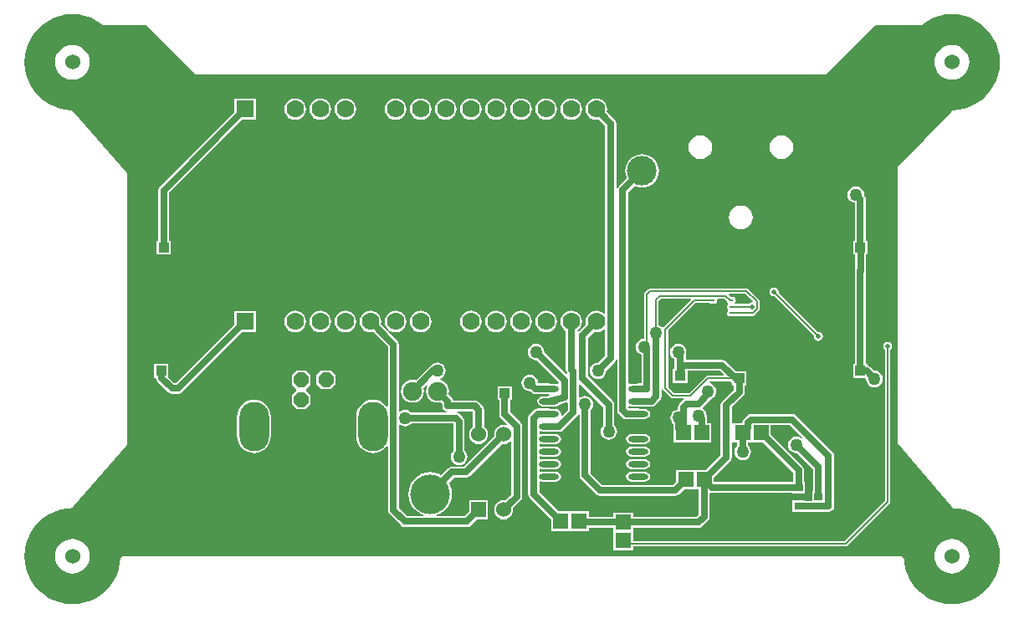
<source format=gtl>
G04 Layer_Physical_Order=1*
G04 Layer_Color=25308*
%FSLAX24Y24*%
%MOIN*%
G70*
G01*
G75*
%ADD10R,0.0610X0.0610*%
%ADD11R,0.0413X0.0394*%
%ADD12R,0.0610X0.0610*%
%ADD13O,0.0197X0.0098*%
%ADD14R,0.0256X0.0532*%
%ADD15O,0.0787X0.0236*%
%ADD16R,0.0354X0.0315*%
%ADD17C,0.0059*%
%ADD18C,0.0276*%
%ADD19C,0.0197*%
%ADD20R,0.0750X0.0750*%
%ADD21C,0.0750*%
%ADD22C,0.0197*%
%ADD23R,0.0600X0.0600*%
%ADD24C,0.0600*%
%ADD25C,0.1575*%
%ADD26C,0.1181*%
%ADD27P,0.0639X8X22.5*%
%ADD28O,0.1181X0.1969*%
%ADD29R,0.0700X0.0700*%
%ADD30C,0.0700*%
%ADD31C,0.0500*%
G36*
X45132Y41268D02*
X45377Y41219D01*
X45614Y41138D01*
X45839Y41028D01*
X46047Y40889D01*
X46235Y40723D01*
X46400Y40535D01*
X46539Y40327D01*
X46650Y40103D01*
X46731Y39865D01*
X46780Y39620D01*
X46796Y39374D01*
X46795Y39370D01*
X46796Y39366D01*
X46780Y39120D01*
X46731Y38875D01*
X46650Y38638D01*
X46539Y38413D01*
X46400Y38205D01*
X46235Y38017D01*
X46047Y37852D01*
X45839Y37713D01*
X45614Y37602D01*
X45377Y37521D01*
X45132Y37472D01*
X44963Y37461D01*
X44963Y37458D01*
X44927Y37451D01*
X44908Y37438D01*
X44907Y37438D01*
X44893Y37428D01*
X44893Y37428D01*
X44893Y37428D01*
X44874Y37409D01*
X44873Y37407D01*
X44842Y37371D01*
X44842Y37370D01*
X42739Y35171D01*
X42728Y35155D01*
X42717Y35139D01*
X42717Y35138D01*
X42717Y35137D01*
X42713Y35117D01*
X42709Y35098D01*
Y24249D01*
X42713Y24233D01*
X42714Y24216D01*
X42717Y24213D01*
X42717Y24208D01*
X42726Y24195D01*
X42734Y24180D01*
X44844Y21687D01*
X44844Y21687D01*
X44873Y21649D01*
X44873Y21648D01*
X44874Y21647D01*
X44874Y21647D01*
D01*
X44893Y21627D01*
X44893Y21627D01*
X44893Y21627D01*
X44907Y21618D01*
X44908Y21617D01*
X44927Y21604D01*
X44963Y21597D01*
X44963Y21594D01*
X45132Y21583D01*
X45377Y21534D01*
X45614Y21453D01*
X45839Y21343D01*
X46047Y21204D01*
X46235Y21038D01*
X46400Y20850D01*
X46539Y20642D01*
X46650Y20417D01*
X46731Y20180D01*
X46780Y19935D01*
X46796Y19689D01*
X46795Y19685D01*
X46796Y19681D01*
X46780Y19435D01*
X46731Y19190D01*
X46650Y18953D01*
X46539Y18728D01*
X46400Y18520D01*
X46235Y18332D01*
X46047Y18167D01*
X45839Y18027D01*
X45614Y17917D01*
X45377Y17836D01*
X45132Y17787D01*
X44886Y17771D01*
X44882Y17772D01*
X44878Y17771D01*
X44632Y17787D01*
X44387Y17836D01*
X44149Y17917D01*
X43925Y18027D01*
X43717Y18167D01*
X43528Y18332D01*
X43363Y18520D01*
X43224Y18728D01*
X43114Y18953D01*
X43033Y19190D01*
X42984Y19435D01*
X42974Y19592D01*
X42970Y19592D01*
X42963Y19627D01*
X42940Y19661D01*
X42906Y19684D01*
X42866Y19692D01*
X11859D01*
X11818Y19684D01*
X11784Y19661D01*
X11761Y19627D01*
X11754Y19592D01*
X11750Y19592D01*
X11740Y19435D01*
X11691Y19190D01*
X11611Y18953D01*
X11500Y18728D01*
X11361Y18520D01*
X11196Y18332D01*
X11008Y18167D01*
X10800Y18027D01*
X10575Y17917D01*
X10338Y17836D01*
X10092Y17787D01*
X9847Y17771D01*
X9843Y17772D01*
X9838Y17771D01*
X9593Y17787D01*
X9347Y17836D01*
X9110Y17917D01*
X8886Y18027D01*
X8677Y18167D01*
X8489Y18332D01*
X8324Y18520D01*
X8185Y18728D01*
X8074Y18953D01*
X7994Y19190D01*
X7945Y19435D01*
X7929Y19681D01*
X7930Y19685D01*
X7929Y19689D01*
X7945Y19935D01*
X7994Y20180D01*
X8074Y20417D01*
X8185Y20642D01*
X8324Y20850D01*
X8489Y21038D01*
X8677Y21204D01*
X8886Y21343D01*
X9110Y21453D01*
X9347Y21534D01*
X9593Y21583D01*
X9761Y21594D01*
X9761Y21597D01*
X9797Y21604D01*
X9816Y21617D01*
X9817Y21618D01*
X9831Y21627D01*
X9831Y21627D01*
X9831Y21627D01*
X9851Y21646D01*
X9851Y21649D01*
X9881Y21686D01*
X9881Y21686D01*
X11989Y24081D01*
X11997Y24096D01*
X12007Y24111D01*
X12008Y24114D01*
X12009Y24117D01*
X12012Y24134D01*
X12015Y24151D01*
Y34904D01*
X12012Y34921D01*
X12009Y34938D01*
X12008Y34941D01*
X12007Y34944D01*
X11997Y34959D01*
X11989Y34974D01*
X9881Y37369D01*
X9851Y37403D01*
X9851Y37407D01*
X9851Y37407D01*
X9851Y37407D01*
X9851Y37409D01*
X9851Y37409D01*
X9831Y37428D01*
X9831Y37428D01*
X9816Y37438D01*
X9797Y37451D01*
X9761Y37458D01*
X9761Y37461D01*
X9593Y37472D01*
X9347Y37521D01*
X9110Y37602D01*
X8886Y37713D01*
X8677Y37852D01*
X8489Y38017D01*
X8324Y38205D01*
X8185Y38413D01*
X8074Y38638D01*
X7994Y38875D01*
X7945Y39120D01*
X7929Y39366D01*
X7930Y39370D01*
X7929Y39374D01*
X7945Y39620D01*
X7994Y39865D01*
X8074Y40103D01*
X8185Y40327D01*
X8324Y40535D01*
X8489Y40723D01*
X8677Y40889D01*
X8886Y41028D01*
X9110Y41138D01*
X9347Y41219D01*
X9593Y41268D01*
X9838Y41284D01*
X9843Y41283D01*
X9847Y41284D01*
X10092Y41268D01*
X10338Y41219D01*
X10575Y41138D01*
X10800Y41028D01*
X11008Y40889D01*
X11040Y40860D01*
X11042Y40863D01*
X11066Y40846D01*
X11077Y40844D01*
X11078Y40844D01*
X11107Y40838D01*
X11107Y40838D01*
X11107Y40838D01*
X11122Y40835D01*
X11124Y40836D01*
X11172Y40839D01*
X12787D01*
X12787Y40839D01*
X12787Y40839D01*
X12795Y40835D01*
X12795Y40835D01*
X12796Y40836D01*
X14730Y38902D01*
X14764Y38879D01*
X14805Y38871D01*
X39821D01*
X39862Y38879D01*
X39896Y38902D01*
X41801Y40807D01*
X41813Y40818D01*
X41855Y40835D01*
X41855D01*
X41856Y40836D01*
X41857Y40836D01*
X41905Y40839D01*
X43528D01*
X43574Y40837D01*
X43574Y40837D01*
X43578Y40835D01*
X43578D01*
X43578D01*
X43595Y40834D01*
X43612Y40833D01*
X43612D01*
X43612Y40833D01*
X43621Y40835D01*
X43622Y40835D01*
X43652Y40841D01*
X43665Y40850D01*
X43677Y40858D01*
X43679Y40856D01*
X43717Y40889D01*
X43925Y41028D01*
X44149Y41138D01*
X44387Y41219D01*
X44632Y41268D01*
X44878Y41284D01*
X44882Y41283D01*
X44886Y41284D01*
X45132Y41268D01*
D02*
G37*
%LPC*%
G36*
X20720Y29468D02*
X20609Y29453D01*
X20504Y29410D01*
X20415Y29341D01*
X20346Y29252D01*
X20303Y29147D01*
X20288Y29035D01*
X20303Y28924D01*
X20346Y28819D01*
X20415Y28730D01*
X20504Y28661D01*
X20609Y28618D01*
X20720Y28603D01*
X20832Y28618D01*
X20937Y28661D01*
X21026Y28730D01*
X21095Y28819D01*
X21138Y28924D01*
X21153Y29035D01*
X21138Y29147D01*
X21095Y29252D01*
X21026Y29341D01*
X20937Y29410D01*
X20832Y29453D01*
X20720Y29468D01*
D02*
G37*
G36*
X22720D02*
X22609Y29453D01*
X22504Y29410D01*
X22415Y29341D01*
X22346Y29252D01*
X22303Y29147D01*
X22288Y29035D01*
X22303Y28924D01*
X22346Y28819D01*
X22415Y28730D01*
X22504Y28661D01*
X22609Y28618D01*
X22720Y28603D01*
X22832Y28618D01*
X22937Y28661D01*
X23026Y28730D01*
X23095Y28819D01*
X23138Y28924D01*
X23153Y29035D01*
X23138Y29147D01*
X23095Y29252D01*
X23026Y29341D01*
X22937Y29410D01*
X22832Y29453D01*
X22720Y29468D01*
D02*
G37*
G36*
X18720D02*
X18609Y29453D01*
X18504Y29410D01*
X18415Y29341D01*
X18346Y29252D01*
X18303Y29147D01*
X18288Y29035D01*
X18303Y28924D01*
X18346Y28819D01*
X18415Y28730D01*
X18504Y28661D01*
X18609Y28618D01*
X18720Y28603D01*
X18832Y28618D01*
X18937Y28661D01*
X19026Y28730D01*
X19095Y28819D01*
X19138Y28924D01*
X19153Y29035D01*
X19138Y29147D01*
X19095Y29252D01*
X19026Y29341D01*
X18937Y29410D01*
X18832Y29453D01*
X18720Y29468D01*
D02*
G37*
G36*
X19720D02*
X19609Y29453D01*
X19504Y29410D01*
X19415Y29341D01*
X19346Y29252D01*
X19303Y29147D01*
X19288Y29035D01*
X19303Y28924D01*
X19346Y28819D01*
X19415Y28730D01*
X19504Y28661D01*
X19609Y28618D01*
X19720Y28603D01*
X19832Y28618D01*
X19937Y28661D01*
X20026Y28730D01*
X20095Y28819D01*
X20138Y28924D01*
X20153Y29035D01*
X20138Y29147D01*
X20095Y29252D01*
X20026Y29341D01*
X19937Y29410D01*
X19832Y29453D01*
X19720Y29468D01*
D02*
G37*
G36*
X23720D02*
X23609Y29453D01*
X23504Y29410D01*
X23415Y29341D01*
X23346Y29252D01*
X23303Y29147D01*
X23288Y29035D01*
X23303Y28924D01*
X23346Y28819D01*
X23415Y28730D01*
X23504Y28661D01*
X23609Y28618D01*
X23720Y28603D01*
X23832Y28618D01*
X23937Y28661D01*
X24026Y28730D01*
X24095Y28819D01*
X24138Y28924D01*
X24153Y29035D01*
X24138Y29147D01*
X24095Y29252D01*
X24026Y29341D01*
X23937Y29410D01*
X23832Y29453D01*
X23720Y29468D01*
D02*
G37*
G36*
X27720D02*
X27609Y29453D01*
X27504Y29410D01*
X27415Y29341D01*
X27346Y29252D01*
X27303Y29147D01*
X27288Y29035D01*
X27303Y28924D01*
X27346Y28819D01*
X27415Y28730D01*
X27504Y28661D01*
X27609Y28618D01*
X27720Y28603D01*
X27832Y28618D01*
X27937Y28661D01*
X28026Y28730D01*
X28095Y28819D01*
X28138Y28924D01*
X28153Y29035D01*
X28138Y29147D01*
X28095Y29252D01*
X28026Y29341D01*
X27937Y29410D01*
X27832Y29453D01*
X27720Y29468D01*
D02*
G37*
G36*
X28720D02*
X28609Y29453D01*
X28504Y29410D01*
X28415Y29341D01*
X28346Y29252D01*
X28303Y29147D01*
X28288Y29035D01*
X28303Y28924D01*
X28346Y28819D01*
X28415Y28730D01*
X28504Y28661D01*
X28609Y28618D01*
X28720Y28603D01*
X28832Y28618D01*
X28937Y28661D01*
X29026Y28730D01*
X29095Y28819D01*
X29138Y28924D01*
X29153Y29035D01*
X29138Y29147D01*
X29095Y29252D01*
X29026Y29341D01*
X28937Y29410D01*
X28832Y29453D01*
X28720Y29468D01*
D02*
G37*
G36*
X25720D02*
X25609Y29453D01*
X25504Y29410D01*
X25415Y29341D01*
X25346Y29252D01*
X25303Y29147D01*
X25288Y29035D01*
X25303Y28924D01*
X25346Y28819D01*
X25415Y28730D01*
X25504Y28661D01*
X25609Y28618D01*
X25720Y28603D01*
X25832Y28618D01*
X25937Y28661D01*
X26026Y28730D01*
X26095Y28819D01*
X26138Y28924D01*
X26153Y29035D01*
X26138Y29147D01*
X26095Y29252D01*
X26026Y29341D01*
X25937Y29410D01*
X25832Y29453D01*
X25720Y29468D01*
D02*
G37*
G36*
X26720D02*
X26609Y29453D01*
X26504Y29410D01*
X26415Y29341D01*
X26346Y29252D01*
X26303Y29147D01*
X26288Y29035D01*
X26303Y28924D01*
X26346Y28819D01*
X26415Y28730D01*
X26504Y28661D01*
X26609Y28618D01*
X26720Y28603D01*
X26832Y28618D01*
X26937Y28661D01*
X27026Y28730D01*
X27095Y28819D01*
X27138Y28924D01*
X27153Y29035D01*
X27138Y29147D01*
X27095Y29252D01*
X27026Y29341D01*
X26937Y29410D01*
X26832Y29453D01*
X26720Y29468D01*
D02*
G37*
G36*
X17079Y25926D02*
X16948Y25914D01*
X16821Y25875D01*
X16705Y25813D01*
X16603Y25729D01*
X16520Y25628D01*
X16457Y25511D01*
X16419Y25385D01*
X16406Y25254D01*
Y24467D01*
X16419Y24335D01*
X16457Y24209D01*
X16520Y24093D01*
X16603Y23991D01*
X16705Y23907D01*
X16821Y23845D01*
X16948Y23807D01*
X17079Y23794D01*
X17210Y23807D01*
X17336Y23845D01*
X17452Y23907D01*
X17554Y23991D01*
X17638Y24093D01*
X17700Y24209D01*
X17738Y24335D01*
X17751Y24467D01*
Y25254D01*
X17738Y25385D01*
X17700Y25511D01*
X17638Y25628D01*
X17554Y25729D01*
X17452Y25813D01*
X17336Y25875D01*
X17210Y25914D01*
X17079Y25926D01*
D02*
G37*
G36*
X19144Y27089D02*
X18770D01*
X18583Y26902D01*
Y26528D01*
X18762Y26348D01*
X18767Y26321D01*
X18762Y26294D01*
X18583Y26114D01*
Y25740D01*
X18770Y25553D01*
X19144D01*
X19331Y25740D01*
Y26114D01*
X19151Y26294D01*
X19147Y26321D01*
X19151Y26348D01*
X19331Y26528D01*
Y26902D01*
X19144Y27089D01*
D02*
G37*
G36*
X9843Y20377D02*
X9707Y20364D01*
X9578Y20325D01*
X9458Y20261D01*
X9353Y20175D01*
X9267Y20070D01*
X9203Y19950D01*
X9164Y19820D01*
X9150Y19685D01*
X9164Y19550D01*
X9203Y19420D01*
X9267Y19300D01*
X9353Y19195D01*
X9458Y19109D01*
X9578Y19045D01*
X9707Y19006D01*
X9843Y18993D01*
X9978Y19006D01*
X10107Y19045D01*
X10227Y19109D01*
X10332Y19195D01*
X10418Y19300D01*
X10482Y19420D01*
X10522Y19550D01*
X10535Y19685D01*
X10522Y19820D01*
X10482Y19950D01*
X10418Y20070D01*
X10332Y20175D01*
X10227Y20261D01*
X10107Y20325D01*
X9978Y20364D01*
X9843Y20377D01*
D02*
G37*
G36*
X44882D02*
X44747Y20364D01*
X44617Y20325D01*
X44497Y20261D01*
X44392Y20175D01*
X44306Y20070D01*
X44242Y19950D01*
X44203Y19820D01*
X44190Y19685D01*
X44203Y19550D01*
X44242Y19420D01*
X44306Y19300D01*
X44392Y19195D01*
X44497Y19109D01*
X44617Y19045D01*
X44747Y19006D01*
X44882Y18993D01*
X45017Y19006D01*
X45147Y19045D01*
X45267Y19109D01*
X45371Y19195D01*
X45458Y19300D01*
X45522Y19420D01*
X45561Y19550D01*
X45574Y19685D01*
X45561Y19820D01*
X45522Y19950D01*
X45458Y20070D01*
X45371Y20175D01*
X45267Y20261D01*
X45147Y20325D01*
X45017Y20364D01*
X44882Y20377D01*
D02*
G37*
G36*
X21720Y29468D02*
X21609Y29453D01*
X21504Y29410D01*
X21415Y29341D01*
X21346Y29252D01*
X21303Y29147D01*
X21288Y29035D01*
X21303Y28924D01*
X21346Y28819D01*
X21415Y28730D01*
X21504Y28661D01*
X21609Y28618D01*
X21720Y28603D01*
X21827Y28617D01*
X22409Y28034D01*
Y25668D01*
X22359Y25651D01*
X22294Y25729D01*
X22193Y25813D01*
X22076Y25875D01*
X21950Y25914D01*
X21819Y25926D01*
X21688Y25914D01*
X21562Y25875D01*
X21445Y25813D01*
X21343Y25729D01*
X21260Y25628D01*
X21198Y25511D01*
X21159Y25385D01*
X21146Y25254D01*
Y24467D01*
X21159Y24335D01*
X21198Y24209D01*
X21260Y24093D01*
X21343Y23991D01*
X21445Y23907D01*
X21562Y23845D01*
X21688Y23807D01*
X21819Y23794D01*
X21950Y23807D01*
X22076Y23845D01*
X22193Y23907D01*
X22294Y23991D01*
X22359Y24070D01*
X22409Y24052D01*
Y21530D01*
X22426Y21446D01*
X22474Y21374D01*
X22934Y20914D01*
X23006Y20866D01*
X23090Y20849D01*
X25558D01*
X25643Y20866D01*
X25714Y20914D01*
X25957Y21157D01*
X26402D01*
Y21914D01*
X25645D01*
Y21469D01*
X25467Y21291D01*
X24367D01*
X24360Y21341D01*
X24428Y21361D01*
X24578Y21442D01*
X24710Y21550D01*
X24818Y21682D01*
X24899Y21832D01*
X24948Y21996D01*
X24965Y22165D01*
X24948Y22335D01*
X24899Y22498D01*
X24843Y22602D01*
X25061Y22819D01*
X25528D01*
X25613Y22836D01*
X25684Y22884D01*
X26962Y24162D01*
X27024Y24153D01*
X27122Y24166D01*
X27215Y24205D01*
X27280Y24255D01*
X27330Y24236D01*
Y22154D01*
X27085Y21909D01*
X27024Y21917D01*
X26925Y21904D01*
X26833Y21866D01*
X26753Y21806D01*
X26693Y21726D01*
X26655Y21634D01*
X26642Y21535D01*
X26655Y21437D01*
X26693Y21344D01*
X26753Y21265D01*
X26833Y21205D01*
X26925Y21166D01*
X27024Y21153D01*
X27122Y21166D01*
X27215Y21205D01*
X27294Y21265D01*
X27354Y21344D01*
X27393Y21437D01*
X27406Y21535D01*
X27398Y21597D01*
X27707Y21906D01*
X27755Y21978D01*
X27771Y22062D01*
Y24866D01*
X27755Y24950D01*
X27707Y25022D01*
X27288Y25441D01*
Y25906D01*
X27352D01*
Y26457D01*
X26781D01*
Y25906D01*
X26846D01*
Y25350D01*
X26863Y25265D01*
X26911Y25193D01*
X27162Y24942D01*
X27134Y24900D01*
X27122Y24904D01*
X27024Y24917D01*
X26925Y24904D01*
X26833Y24866D01*
X26753Y24806D01*
X26693Y24726D01*
X26655Y24634D01*
X26642Y24535D01*
X26650Y24474D01*
X25437Y23261D01*
X24969D01*
X24885Y23244D01*
X24813Y23196D01*
X24531Y22914D01*
X24428Y22969D01*
X24264Y23019D01*
X24094Y23036D01*
X23925Y23019D01*
X23761Y22969D01*
X23611Y22889D01*
X23479Y22781D01*
X23371Y22649D01*
X23290Y22498D01*
X23241Y22335D01*
X23224Y22165D01*
X23241Y21996D01*
X23290Y21832D01*
X23371Y21682D01*
X23479Y21550D01*
X23611Y21442D01*
X23761Y21361D01*
X23829Y21341D01*
X23822Y21291D01*
X23181D01*
X22851Y21621D01*
Y24908D01*
X22901Y24932D01*
X22939Y24903D01*
X23019Y24870D01*
X23105Y24858D01*
X23191Y24870D01*
X23271Y24903D01*
X23339Y24956D01*
X23350Y24969D01*
X25029D01*
Y23895D01*
X25016Y23884D01*
X24963Y23816D01*
X24930Y23736D01*
X24918Y23650D01*
X24930Y23564D01*
X24963Y23484D01*
X25016Y23416D01*
X25084Y23363D01*
X25164Y23330D01*
X25250Y23318D01*
X25336Y23330D01*
X25416Y23363D01*
X25484Y23416D01*
X25537Y23484D01*
X25570Y23564D01*
X25582Y23650D01*
X25570Y23736D01*
X25537Y23816D01*
X25484Y23884D01*
X25471Y23895D01*
Y25065D01*
X25454Y25149D01*
X25406Y25221D01*
X25281Y25346D01*
X25209Y25394D01*
X25192Y25398D01*
X25197Y25448D01*
X25784D01*
X25803Y25428D01*
Y24843D01*
X25754Y24806D01*
X25693Y24726D01*
X25655Y24634D01*
X25642Y24535D01*
X25655Y24437D01*
X25693Y24344D01*
X25754Y24265D01*
X25833Y24205D01*
X25925Y24166D01*
X26024Y24153D01*
X26122Y24166D01*
X26215Y24205D01*
X26294Y24265D01*
X26354Y24344D01*
X26393Y24437D01*
X26406Y24535D01*
X26393Y24634D01*
X26354Y24726D01*
X26294Y24806D01*
X26244Y24843D01*
Y25520D01*
X26228Y25604D01*
X26180Y25676D01*
X26031Y25824D01*
X25959Y25872D01*
X25875Y25889D01*
X25014D01*
X25004Y25938D01*
X24956Y26010D01*
X24832Y26133D01*
X24836Y26141D01*
X24851Y26260D01*
X24836Y26378D01*
X24790Y26489D01*
X24717Y26583D01*
X24623Y26656D01*
X24512Y26702D01*
X24491Y26705D01*
X24485Y26756D01*
X24550Y26783D01*
X24618Y26836D01*
X24671Y26904D01*
X24704Y26984D01*
X24715Y27070D01*
X24704Y27156D01*
X24671Y27236D01*
X24618Y27304D01*
X24550Y27357D01*
X24470Y27390D01*
X24384Y27402D01*
X24298Y27390D01*
X24218Y27357D01*
X24149Y27304D01*
X24127Y27276D01*
X24119Y27274D01*
X24048Y27226D01*
X23520Y26699D01*
X23512Y26702D01*
X23394Y26717D01*
X23275Y26702D01*
X23165Y26656D01*
X23070Y26583D01*
X22997Y26489D01*
X22952Y26378D01*
X22936Y26260D01*
X22952Y26141D01*
X22997Y26031D01*
X23070Y25936D01*
X23165Y25863D01*
X23275Y25818D01*
X23394Y25802D01*
X23512Y25818D01*
X23623Y25863D01*
X23717Y25936D01*
X23790Y26031D01*
X23836Y26141D01*
X23851Y26260D01*
X23836Y26378D01*
X23832Y26386D01*
X23949Y26503D01*
X23992Y26475D01*
X23952Y26378D01*
X23936Y26260D01*
X23952Y26141D01*
X23997Y26031D01*
X24070Y25936D01*
X24165Y25863D01*
X24275Y25818D01*
X24394Y25802D01*
X24512Y25818D01*
X24520Y25821D01*
X24579Y25762D01*
Y25678D01*
X24596Y25594D01*
X24644Y25522D01*
X24654Y25512D01*
X24726Y25464D01*
X24743Y25461D01*
X24738Y25411D01*
X23350D01*
X23339Y25424D01*
X23271Y25477D01*
X23191Y25510D01*
X23105Y25522D01*
X23019Y25510D01*
X22939Y25477D01*
X22901Y25448D01*
X22851Y25472D01*
Y28126D01*
X22834Y28210D01*
X22786Y28282D01*
X22139Y28929D01*
X22153Y29035D01*
X22138Y29147D01*
X22095Y29252D01*
X22026Y29341D01*
X21937Y29410D01*
X21832Y29453D01*
X21720Y29468D01*
D02*
G37*
G36*
X17149Y29464D02*
X16292D01*
Y28919D01*
X13969Y26596D01*
X13901D01*
X13671Y26826D01*
Y27343D01*
X13100D01*
Y26791D01*
X13167D01*
X13182Y26715D01*
X13230Y26643D01*
X13654Y26219D01*
X13726Y26171D01*
X13810Y26154D01*
X14060D01*
X14145Y26171D01*
X14216Y26219D01*
X16604Y28607D01*
X17149D01*
Y29464D01*
D02*
G37*
G36*
X37795Y30397D02*
X37726Y30383D01*
X37668Y30344D01*
X37628Y30286D01*
X37615Y30217D01*
X37628Y30147D01*
X37668Y30089D01*
X37726Y30050D01*
X37795Y30036D01*
X37816Y30040D01*
X39390Y28465D01*
X39386Y28445D01*
X39400Y28376D01*
X39439Y28317D01*
X39498Y28278D01*
X39567Y28264D01*
X39636Y28278D01*
X39695Y28317D01*
X39734Y28376D01*
X39748Y28445D01*
X39734Y28514D01*
X39695Y28573D01*
X39636Y28612D01*
X39567Y28626D01*
X39546Y28621D01*
X37972Y30196D01*
X37976Y30217D01*
X37962Y30286D01*
X37923Y30344D01*
X37864Y30383D01*
X37795Y30397D01*
D02*
G37*
G36*
X20128Y27089D02*
X19754D01*
X19567Y26902D01*
Y26528D01*
X19754Y26341D01*
X20128D01*
X20315Y26528D01*
Y26902D01*
X20128Y27089D01*
D02*
G37*
G36*
X41055Y34426D02*
X40969Y34415D01*
X40889Y34382D01*
X40821Y34329D01*
X40768Y34260D01*
X40735Y34180D01*
X40724Y34094D01*
X40735Y34009D01*
X40768Y33929D01*
X40821Y33860D01*
X40889Y33807D01*
X40969Y33774D01*
X41019Y33768D01*
Y32264D01*
X40955D01*
Y31713D01*
X41026D01*
Y31076D01*
X41019Y31043D01*
Y27343D01*
X40955D01*
Y26791D01*
X41431D01*
X41468Y26750D01*
X41468Y26750D01*
X41480Y26664D01*
X41513Y26584D01*
X41566Y26516D01*
X41634Y26463D01*
X41714Y26430D01*
X41800Y26418D01*
X41886Y26430D01*
X41966Y26463D01*
X42034Y26516D01*
X42087Y26584D01*
X42120Y26664D01*
X42132Y26750D01*
X42120Y26836D01*
X42087Y26916D01*
X42034Y26984D01*
X41966Y27037D01*
X41886Y27070D01*
X41800Y27082D01*
X41783Y27079D01*
X41639Y27223D01*
X41568Y27271D01*
X41526Y27279D01*
Y27343D01*
X41461D01*
Y31018D01*
X41467Y31050D01*
Y31713D01*
X41526D01*
Y32264D01*
X41461D01*
Y33909D01*
X41444Y33994D01*
X41396Y34066D01*
X41384Y34077D01*
X41387Y34094D01*
X41375Y34180D01*
X41342Y34260D01*
X41290Y34329D01*
X41221Y34382D01*
X41141Y34415D01*
X41055Y34426D01*
D02*
G37*
G36*
X25720Y37932D02*
X25609Y37918D01*
X25504Y37875D01*
X25415Y37806D01*
X25346Y37716D01*
X25303Y37612D01*
X25288Y37500D01*
X25303Y37388D01*
X25346Y37284D01*
X25415Y37194D01*
X25504Y37125D01*
X25609Y37082D01*
X25720Y37068D01*
X25832Y37082D01*
X25937Y37125D01*
X26026Y37194D01*
X26095Y37284D01*
X26138Y37388D01*
X26153Y37500D01*
X26138Y37612D01*
X26095Y37716D01*
X26026Y37806D01*
X25937Y37875D01*
X25832Y37918D01*
X25720Y37932D01*
D02*
G37*
G36*
X26720D02*
X26609Y37918D01*
X26504Y37875D01*
X26415Y37806D01*
X26346Y37716D01*
X26303Y37612D01*
X26288Y37500D01*
X26303Y37388D01*
X26346Y37284D01*
X26415Y37194D01*
X26504Y37125D01*
X26609Y37082D01*
X26720Y37068D01*
X26832Y37082D01*
X26937Y37125D01*
X27026Y37194D01*
X27095Y37284D01*
X27138Y37388D01*
X27153Y37500D01*
X27138Y37612D01*
X27095Y37716D01*
X27026Y37806D01*
X26937Y37875D01*
X26832Y37918D01*
X26720Y37932D01*
D02*
G37*
G36*
X24720D02*
X24609Y37918D01*
X24504Y37875D01*
X24415Y37806D01*
X24346Y37716D01*
X24303Y37612D01*
X24288Y37500D01*
X24303Y37388D01*
X24346Y37284D01*
X24415Y37194D01*
X24504Y37125D01*
X24609Y37082D01*
X24720Y37068D01*
X24832Y37082D01*
X24937Y37125D01*
X25026Y37194D01*
X25095Y37284D01*
X25138Y37388D01*
X25153Y37500D01*
X25138Y37612D01*
X25095Y37716D01*
X25026Y37806D01*
X24937Y37875D01*
X24832Y37918D01*
X24720Y37932D01*
D02*
G37*
G36*
X22720D02*
X22609Y37918D01*
X22504Y37875D01*
X22415Y37806D01*
X22346Y37716D01*
X22303Y37612D01*
X22288Y37500D01*
X22303Y37388D01*
X22346Y37284D01*
X22415Y37194D01*
X22504Y37125D01*
X22609Y37082D01*
X22720Y37068D01*
X22832Y37082D01*
X22937Y37125D01*
X23026Y37194D01*
X23095Y37284D01*
X23138Y37388D01*
X23153Y37500D01*
X23138Y37612D01*
X23095Y37716D01*
X23026Y37806D01*
X22937Y37875D01*
X22832Y37918D01*
X22720Y37932D01*
D02*
G37*
G36*
X23720D02*
X23609Y37918D01*
X23504Y37875D01*
X23415Y37806D01*
X23346Y37716D01*
X23303Y37612D01*
X23288Y37500D01*
X23303Y37388D01*
X23346Y37284D01*
X23415Y37194D01*
X23504Y37125D01*
X23609Y37082D01*
X23720Y37068D01*
X23832Y37082D01*
X23937Y37125D01*
X24026Y37194D01*
X24095Y37284D01*
X24138Y37388D01*
X24153Y37500D01*
X24138Y37612D01*
X24095Y37716D01*
X24026Y37806D01*
X23937Y37875D01*
X23832Y37918D01*
X23720Y37932D01*
D02*
G37*
G36*
X9843Y40062D02*
X9707Y40049D01*
X9578Y40010D01*
X9458Y39946D01*
X9353Y39860D01*
X9267Y39755D01*
X9203Y39635D01*
X9164Y39505D01*
X9150Y39370D01*
X9164Y39235D01*
X9203Y39105D01*
X9267Y38985D01*
X9353Y38881D01*
X9458Y38794D01*
X9578Y38730D01*
X9707Y38691D01*
X9843Y38678D01*
X9978Y38691D01*
X10107Y38730D01*
X10227Y38794D01*
X10332Y38881D01*
X10418Y38985D01*
X10482Y39105D01*
X10522Y39235D01*
X10535Y39370D01*
X10522Y39505D01*
X10482Y39635D01*
X10418Y39755D01*
X10332Y39860D01*
X10227Y39946D01*
X10107Y40010D01*
X9978Y40049D01*
X9843Y40062D01*
D02*
G37*
G36*
X44882D02*
X44747Y40049D01*
X44617Y40010D01*
X44497Y39946D01*
X44392Y39860D01*
X44306Y39755D01*
X44242Y39635D01*
X44203Y39505D01*
X44190Y39370D01*
X44203Y39235D01*
X44242Y39105D01*
X44306Y38985D01*
X44392Y38881D01*
X44497Y38794D01*
X44617Y38730D01*
X44747Y38691D01*
X44882Y38678D01*
X45017Y38691D01*
X45147Y38730D01*
X45267Y38794D01*
X45371Y38881D01*
X45458Y38985D01*
X45522Y39105D01*
X45561Y39235D01*
X45574Y39370D01*
X45561Y39505D01*
X45522Y39635D01*
X45458Y39755D01*
X45371Y39860D01*
X45267Y39946D01*
X45147Y40010D01*
X45017Y40049D01*
X44882Y40062D01*
D02*
G37*
G36*
X29720Y37932D02*
X29609Y37918D01*
X29504Y37875D01*
X29415Y37806D01*
X29346Y37716D01*
X29303Y37612D01*
X29288Y37500D01*
X29303Y37388D01*
X29346Y37284D01*
X29415Y37194D01*
X29504Y37125D01*
X29609Y37082D01*
X29720Y37068D01*
X29832Y37082D01*
X29937Y37125D01*
X30026Y37194D01*
X30095Y37284D01*
X30138Y37388D01*
X30153Y37500D01*
X30138Y37612D01*
X30095Y37716D01*
X30026Y37806D01*
X29937Y37875D01*
X29832Y37918D01*
X29720Y37932D01*
D02*
G37*
G36*
X27720D02*
X27609Y37918D01*
X27504Y37875D01*
X27415Y37806D01*
X27346Y37716D01*
X27303Y37612D01*
X27288Y37500D01*
X27303Y37388D01*
X27346Y37284D01*
X27415Y37194D01*
X27504Y37125D01*
X27609Y37082D01*
X27720Y37068D01*
X27832Y37082D01*
X27937Y37125D01*
X28026Y37194D01*
X28095Y37284D01*
X28138Y37388D01*
X28153Y37500D01*
X28138Y37612D01*
X28095Y37716D01*
X28026Y37806D01*
X27937Y37875D01*
X27832Y37918D01*
X27720Y37932D01*
D02*
G37*
G36*
X28720D02*
X28609Y37918D01*
X28504Y37875D01*
X28415Y37806D01*
X28346Y37716D01*
X28303Y37612D01*
X28288Y37500D01*
X28303Y37388D01*
X28346Y37284D01*
X28415Y37194D01*
X28504Y37125D01*
X28609Y37082D01*
X28720Y37068D01*
X28832Y37082D01*
X28937Y37125D01*
X29026Y37194D01*
X29095Y37284D01*
X29138Y37388D01*
X29153Y37500D01*
X29138Y37612D01*
X29095Y37716D01*
X29026Y37806D01*
X28937Y37875D01*
X28832Y37918D01*
X28720Y37932D01*
D02*
G37*
G36*
X20720D02*
X20609Y37918D01*
X20504Y37875D01*
X20415Y37806D01*
X20346Y37716D01*
X20303Y37612D01*
X20288Y37500D01*
X20303Y37388D01*
X20346Y37284D01*
X20415Y37194D01*
X20504Y37125D01*
X20609Y37082D01*
X20720Y37068D01*
X20832Y37082D01*
X20937Y37125D01*
X21026Y37194D01*
X21095Y37284D01*
X21138Y37388D01*
X21153Y37500D01*
X21138Y37612D01*
X21095Y37716D01*
X21026Y37806D01*
X20937Y37875D01*
X20832Y37918D01*
X20720Y37932D01*
D02*
G37*
G36*
X30720D02*
X30609Y37918D01*
X30504Y37875D01*
X30415Y37806D01*
X30346Y37716D01*
X30303Y37612D01*
X30288Y37500D01*
X30303Y37388D01*
X30346Y37284D01*
X30415Y37194D01*
X30504Y37125D01*
X30609Y37082D01*
X30720Y37068D01*
X30827Y37082D01*
X31069Y36839D01*
Y29359D01*
X31019Y29347D01*
X30937Y29410D01*
X30832Y29453D01*
X30720Y29468D01*
X30609Y29453D01*
X30504Y29410D01*
X30415Y29341D01*
X30346Y29252D01*
X30303Y29147D01*
X30288Y29035D01*
X30302Y28929D01*
X30011Y28638D01*
X29974Y28645D01*
X29959Y28655D01*
X29957Y28676D01*
X30026Y28730D01*
X30095Y28819D01*
X30138Y28924D01*
X30153Y29035D01*
X30138Y29147D01*
X30095Y29252D01*
X30026Y29341D01*
X29937Y29410D01*
X29832Y29453D01*
X29720Y29468D01*
X29609Y29453D01*
X29504Y29410D01*
X29415Y29341D01*
X29346Y29252D01*
X29303Y29147D01*
X29288Y29035D01*
X29303Y28924D01*
X29346Y28819D01*
X29415Y28730D01*
X29500Y28664D01*
Y27128D01*
X29517Y27044D01*
X29560Y26979D01*
X29559Y26963D01*
X29542Y26952D01*
X29503Y26948D01*
X28648Y27803D01*
X28650Y27820D01*
X28639Y27906D01*
X28606Y27986D01*
X28553Y28054D01*
X28485Y28107D01*
X28405Y28140D01*
X28319Y28152D01*
X28233Y28140D01*
X28153Y28107D01*
X28084Y28054D01*
X28032Y27986D01*
X27999Y27906D01*
X27987Y27820D01*
X27999Y27734D01*
X28032Y27654D01*
X28084Y27586D01*
X28153Y27533D01*
X28233Y27500D01*
X28319Y27488D01*
X28336Y27491D01*
X29210Y26617D01*
X29206Y26581D01*
X29159Y26548D01*
X29114Y26557D01*
X28928D01*
X28923Y26560D01*
X28839Y26577D01*
X28413D01*
X28402Y26590D01*
X28390Y26676D01*
X28357Y26756D01*
X28304Y26824D01*
X28236Y26877D01*
X28156Y26910D01*
X28070Y26922D01*
X27984Y26910D01*
X27904Y26877D01*
X27836Y26824D01*
X27783Y26756D01*
X27750Y26676D01*
X27738Y26590D01*
X27750Y26504D01*
X27783Y26424D01*
X27836Y26356D01*
X27904Y26303D01*
X27984Y26270D01*
X28070Y26258D01*
X28087Y26261D01*
X28148Y26200D01*
X28219Y26152D01*
X28304Y26136D01*
X28839D01*
X28846Y26087D01*
X28781Y26070D01*
X28756Y26057D01*
X28563D01*
X28486Y26042D01*
X28421Y25998D01*
X28378Y25933D01*
X28362Y25856D01*
X28378Y25779D01*
X28421Y25714D01*
X28486Y25671D01*
X28563Y25656D01*
X28756D01*
X28810Y25637D01*
X28896Y25643D01*
X28942Y25656D01*
X29114D01*
X29191Y25671D01*
X29256Y25714D01*
X29277Y25745D01*
X29506Y25807D01*
X29519Y25813D01*
X29533Y25816D01*
X29582Y25789D01*
Y25515D01*
X29351Y25284D01*
X29305Y25308D01*
X29315Y25356D01*
X29300Y25433D01*
X29256Y25498D01*
X29191Y25542D01*
X29114Y25557D01*
X28928D01*
X28923Y25560D01*
X28839Y25577D01*
X28380D01*
X28296Y25560D01*
X28224Y25512D01*
X28064Y25352D01*
X28016Y25281D01*
X27999Y25196D01*
Y22164D01*
X28016Y22079D01*
X28064Y22008D01*
X28917Y21154D01*
Y20699D01*
X30413D01*
Y20813D01*
X31407D01*
Y20650D01*
Y19921D01*
X32175D01*
Y20067D01*
X40650D01*
X40692Y20075D01*
X40728Y20099D01*
X42401Y21772D01*
X42425Y21808D01*
X42433Y21850D01*
Y27912D01*
X42451Y27923D01*
X42490Y27982D01*
X42503Y28051D01*
X42490Y28120D01*
X42451Y28179D01*
X42392Y28218D01*
X42323Y28232D01*
X42254Y28218D01*
X42195Y28179D01*
X42156Y28120D01*
X42142Y28051D01*
X42156Y27982D01*
X42195Y27923D01*
X42212Y27912D01*
Y21896D01*
X40604Y20288D01*
X32175D01*
Y20650D01*
Y20813D01*
X34778D01*
X34863Y20829D01*
X34935Y20877D01*
X35166Y21109D01*
X35214Y21180D01*
X35231Y21265D01*
Y22168D01*
X35281Y22209D01*
X35325Y22200D01*
X38524D01*
Y22185D01*
X39035D01*
Y22657D01*
X39000D01*
Y23100D01*
X38983Y23185D01*
X38936Y23257D01*
X37657Y24535D01*
Y24909D01*
X38439D01*
X38933Y24415D01*
X38933Y24411D01*
X38914Y24395D01*
X38885Y24385D01*
X38856Y24407D01*
X38776Y24440D01*
X38690Y24452D01*
X38604Y24440D01*
X38524Y24407D01*
X38456Y24354D01*
X38403Y24286D01*
X38370Y24206D01*
X38358Y24120D01*
X38370Y24034D01*
X38403Y23954D01*
X38456Y23886D01*
X38524Y23833D01*
X38604Y23800D01*
X38690Y23788D01*
X38707Y23791D01*
X39346Y23152D01*
Y22283D01*
X39311D01*
Y21894D01*
X39035D01*
Y21909D01*
X38524D01*
Y21437D01*
X39035D01*
Y21452D01*
X39960D01*
X40044Y21469D01*
X40116Y21517D01*
X40126Y21527D01*
X40174Y21599D01*
X40191Y21683D01*
Y23690D01*
X40174Y23774D01*
X40126Y23846D01*
X38686Y25286D01*
X38614Y25334D01*
X38530Y25351D01*
X36875D01*
X36791Y25334D01*
X36719Y25286D01*
X36594Y25161D01*
X36546Y25089D01*
X36529Y25005D01*
Y24990D01*
X36161D01*
Y24222D01*
X36325D01*
Y24085D01*
X36311Y24074D01*
X36258Y24006D01*
X36225Y23926D01*
X36214Y23840D01*
X36225Y23754D01*
X36258Y23674D01*
X36311Y23606D01*
X36379Y23553D01*
X36459Y23520D01*
X36545Y23508D01*
X36631Y23520D01*
X36711Y23553D01*
X36780Y23606D01*
X36832Y23674D01*
X36866Y23754D01*
X36877Y23840D01*
X36866Y23926D01*
X36832Y24006D01*
X36780Y24074D01*
X36766Y24085D01*
Y24222D01*
X37345D01*
X38559Y23009D01*
Y22657D01*
X38524D01*
Y22642D01*
X35416D01*
X35394Y22665D01*
Y22808D01*
X36046Y23460D01*
X36094Y23532D01*
X36111Y23616D01*
Y25609D01*
X36573Y26071D01*
X36621Y26143D01*
X36638Y26227D01*
Y26496D01*
X36703D01*
Y27047D01*
X36289D01*
X35890Y27446D01*
X35818Y27494D01*
X35734Y27511D01*
X34276D01*
Y27687D01*
X34295Y27734D01*
X34307Y27820D01*
X34295Y27906D01*
X34262Y27986D01*
X34209Y28054D01*
X34141Y28107D01*
X34061Y28140D01*
X33975Y28152D01*
X33889Y28140D01*
X33809Y28107D01*
X33741Y28054D01*
X33688Y27986D01*
X33655Y27906D01*
X33643Y27820D01*
X33655Y27734D01*
X33688Y27654D01*
X33741Y27586D01*
X33809Y27533D01*
X33834Y27522D01*
Y27146D01*
X33770D01*
Y26594D01*
X34341D01*
Y27069D01*
X35643D01*
X35784Y26928D01*
X35764Y26882D01*
X35162D01*
X35119Y26874D01*
X35084Y26850D01*
X34427Y26193D01*
X33806D01*
X33580Y26418D01*
Y28686D01*
X34666Y29772D01*
X35240D01*
X35255Y29761D01*
X35305Y29751D01*
X35404D01*
X35453Y29761D01*
X35496Y29790D01*
X35524Y29832D01*
X35534Y29882D01*
X35530Y29900D01*
X35568Y29950D01*
X35826D01*
X35930Y29846D01*
X35933Y29832D01*
X35961Y29790D01*
X35969Y29784D01*
Y29724D01*
X35961Y29718D01*
X35933Y29676D01*
X35923Y29626D01*
X35933Y29576D01*
X35961Y29534D01*
X35969Y29528D01*
Y29468D01*
X35961Y29462D01*
X35933Y29420D01*
X35923Y29370D01*
X35933Y29320D01*
X35961Y29278D01*
X36003Y29250D01*
X36053Y29240D01*
X36152D01*
X36202Y29250D01*
X36217Y29260D01*
X36949D01*
X36991Y29268D01*
X37027Y29292D01*
X37194Y29459D01*
X37218Y29495D01*
X37227Y29537D01*
Y29833D01*
X37218Y29875D01*
X37194Y29911D01*
X36777Y30328D01*
X36741Y30352D01*
X36699Y30360D01*
X32855D01*
X32813Y30352D01*
X32777Y30328D01*
X32652Y30203D01*
X32628Y30167D01*
X32620Y30125D01*
Y28352D01*
X32534Y28340D01*
X32454Y28307D01*
X32386Y28254D01*
X32333Y28186D01*
X32300Y28106D01*
X32288Y28020D01*
X32300Y27934D01*
X32333Y27854D01*
X32386Y27786D01*
X32454Y27733D01*
X32509Y27710D01*
Y26577D01*
X32382D01*
X32297Y26560D01*
X32293Y26557D01*
X32106D01*
X32041Y26544D01*
X31991Y26571D01*
Y34179D01*
X32248Y34436D01*
X32282Y34418D01*
X32408Y34380D01*
X32539Y34367D01*
X32671Y34380D01*
X32797Y34418D01*
X32913Y34480D01*
X33015Y34564D01*
X33099Y34666D01*
X33161Y34782D01*
X33199Y34908D01*
X33212Y35039D01*
X33199Y35171D01*
X33161Y35297D01*
X33099Y35413D01*
X33015Y35515D01*
X32913Y35599D01*
X32797Y35661D01*
X32671Y35699D01*
X32539Y35712D01*
X32408Y35699D01*
X32282Y35661D01*
X32166Y35599D01*
X32064Y35515D01*
X31980Y35413D01*
X31918Y35297D01*
X31880Y35171D01*
X31867Y35039D01*
X31880Y34908D01*
X31918Y34782D01*
X31936Y34748D01*
X31614Y34426D01*
X31566Y34354D01*
X31561Y34328D01*
X31511Y34333D01*
Y36930D01*
X31494Y37015D01*
X31446Y37087D01*
X31139Y37394D01*
X31153Y37500D01*
X31138Y37612D01*
X31095Y37716D01*
X31026Y37806D01*
X30937Y37875D01*
X30832Y37918D01*
X30720Y37932D01*
D02*
G37*
G36*
X36476Y33665D02*
X36353Y33649D01*
X36238Y33602D01*
X36139Y33526D01*
X36064Y33427D01*
X36016Y33312D01*
X36000Y33189D01*
X36016Y33066D01*
X36064Y32951D01*
X36139Y32852D01*
X36238Y32776D01*
X36353Y32729D01*
X36476Y32712D01*
X36600Y32729D01*
X36715Y32776D01*
X36813Y32852D01*
X36889Y32951D01*
X36937Y33066D01*
X36953Y33189D01*
X36937Y33312D01*
X36889Y33427D01*
X36813Y33526D01*
X36715Y33602D01*
X36600Y33649D01*
X36476Y33665D01*
D02*
G37*
G36*
X17149Y37929D02*
X16292D01*
Y37383D01*
X13328Y34420D01*
X13280Y34348D01*
X13263Y34264D01*
Y32264D01*
X13199D01*
Y31713D01*
X13770D01*
Y32264D01*
X13705D01*
Y34172D01*
X16604Y37071D01*
X17149D01*
Y37929D01*
D02*
G37*
G36*
X34862Y36461D02*
X34739Y36445D01*
X34624Y36397D01*
X34525Y36321D01*
X34450Y36223D01*
X34402Y36108D01*
X34386Y35984D01*
X34402Y35861D01*
X34450Y35746D01*
X34525Y35647D01*
X34624Y35572D01*
X34739Y35524D01*
X34862Y35508D01*
X34986Y35524D01*
X35100Y35572D01*
X35199Y35647D01*
X35275Y35746D01*
X35322Y35861D01*
X35339Y35984D01*
X35322Y36108D01*
X35275Y36223D01*
X35199Y36321D01*
X35100Y36397D01*
X34986Y36445D01*
X34862Y36461D01*
D02*
G37*
G36*
X19720Y37932D02*
X19609Y37918D01*
X19504Y37875D01*
X19415Y37806D01*
X19346Y37716D01*
X19303Y37612D01*
X19288Y37500D01*
X19303Y37388D01*
X19346Y37284D01*
X19415Y37194D01*
X19504Y37125D01*
X19609Y37082D01*
X19720Y37068D01*
X19832Y37082D01*
X19937Y37125D01*
X20026Y37194D01*
X20095Y37284D01*
X20138Y37388D01*
X20153Y37500D01*
X20138Y37612D01*
X20095Y37716D01*
X20026Y37806D01*
X19937Y37875D01*
X19832Y37918D01*
X19720Y37932D01*
D02*
G37*
G36*
X18720D02*
X18609Y37918D01*
X18504Y37875D01*
X18415Y37806D01*
X18346Y37716D01*
X18303Y37612D01*
X18288Y37500D01*
X18303Y37388D01*
X18346Y37284D01*
X18415Y37194D01*
X18504Y37125D01*
X18609Y37082D01*
X18720Y37068D01*
X18832Y37082D01*
X18937Y37125D01*
X19026Y37194D01*
X19095Y37284D01*
X19138Y37388D01*
X19153Y37500D01*
X19138Y37612D01*
X19095Y37716D01*
X19026Y37806D01*
X18937Y37875D01*
X18832Y37918D01*
X18720Y37932D01*
D02*
G37*
G36*
X38091Y36461D02*
X37967Y36445D01*
X37852Y36397D01*
X37754Y36321D01*
X37678Y36223D01*
X37630Y36108D01*
X37614Y35984D01*
X37630Y35861D01*
X37678Y35746D01*
X37754Y35647D01*
X37852Y35572D01*
X37967Y35524D01*
X38091Y35508D01*
X38214Y35524D01*
X38329Y35572D01*
X38428Y35647D01*
X38503Y35746D01*
X38551Y35861D01*
X38567Y35984D01*
X38551Y36108D01*
X38503Y36223D01*
X38428Y36321D01*
X38329Y36397D01*
X38214Y36445D01*
X38091Y36461D01*
D02*
G37*
%LPD*%
G36*
X34485Y29903D02*
X33392Y28810D01*
X33388Y28804D01*
X33326Y28802D01*
X33324Y28804D01*
X33256Y28857D01*
X33200Y28880D01*
Y29854D01*
X33296Y29950D01*
X34466D01*
X34485Y29903D01*
D02*
G37*
G36*
X36941Y29851D02*
X36917Y29805D01*
X36909Y29807D01*
X36840Y29793D01*
X36782Y29754D01*
X36770Y29736D01*
X36254D01*
X36239Y29786D01*
X36244Y29790D01*
X36272Y29832D01*
X36282Y29882D01*
X36272Y29932D01*
X36244Y29974D01*
X36202Y30002D01*
X36152Y30012D01*
X36076D01*
X35998Y30090D01*
X36019Y30140D01*
X36653D01*
X36941Y29851D01*
D02*
G37*
G36*
X31069Y28712D02*
Y27671D01*
X30797Y27399D01*
X30780Y27402D01*
X30694Y27390D01*
X30614Y27357D01*
X30546Y27304D01*
X30493Y27236D01*
X30460Y27156D01*
X30448Y27070D01*
X30460Y26984D01*
X30493Y26904D01*
X30546Y26836D01*
X30614Y26783D01*
X30694Y26750D01*
X30780Y26738D01*
X30866Y26750D01*
X30946Y26783D01*
X31014Y26836D01*
X31067Y26904D01*
X31100Y26984D01*
X31112Y27070D01*
X31109Y27087D01*
X31446Y27424D01*
X31494Y27496D01*
X31499Y27522D01*
X31549Y27517D01*
Y25500D01*
X31566Y25416D01*
X31614Y25344D01*
X31758Y25200D01*
X31829Y25152D01*
X31914Y25136D01*
X32382D01*
X32466Y25152D01*
X32471Y25156D01*
X32657D01*
X32734Y25171D01*
X32799Y25214D01*
X32843Y25279D01*
X32858Y25356D01*
X32843Y25433D01*
X32799Y25498D01*
X32734Y25542D01*
X32657Y25557D01*
X32471D01*
X32466Y25560D01*
X32382Y25577D01*
X32005D01*
X31991Y25591D01*
Y25641D01*
X32041Y25669D01*
X32106Y25656D01*
X32293D01*
X32297Y25652D01*
X32382Y25636D01*
X32910D01*
X32994Y25652D01*
X33066Y25700D01*
X33246Y25880D01*
X33294Y25952D01*
X33311Y26036D01*
Y26362D01*
X33361Y26367D01*
X33368Y26330D01*
X33392Y26294D01*
X33682Y26005D01*
X33718Y25981D01*
X33760Y25972D01*
X34178D01*
X34193Y25922D01*
X34164Y25903D01*
X34027Y25766D01*
X33979Y25694D01*
X33962Y25610D01*
Y25527D01*
X33914Y25520D01*
X33834Y25487D01*
X33766Y25434D01*
X33713Y25366D01*
X33680Y25286D01*
X33668Y25200D01*
X33680Y25114D01*
X33713Y25034D01*
X33766Y24966D01*
X33779Y24955D01*
Y24789D01*
X33796Y24705D01*
X33799Y24700D01*
Y24222D01*
X35295D01*
Y24990D01*
X35132D01*
Y25155D01*
X35115Y25239D01*
X35113Y25243D01*
X35118Y25280D01*
X35107Y25366D01*
X35074Y25446D01*
X35021Y25514D01*
X34968Y25555D01*
X34958Y25604D01*
X34960Y25618D01*
X35309Y25967D01*
X35336Y25978D01*
X35404Y26031D01*
X35457Y26099D01*
X35490Y26179D01*
X35502Y26265D01*
X35490Y26351D01*
X35457Y26431D01*
X35404Y26499D01*
X35336Y26552D01*
X35256Y26585D01*
X35243Y26587D01*
X35221Y26640D01*
X35237Y26661D01*
X36050D01*
X36096Y26616D01*
X36132Y26592D01*
Y26496D01*
X36197D01*
Y26319D01*
X35734Y25856D01*
X35686Y25784D01*
X35669Y25700D01*
Y23708D01*
X35081Y23120D01*
X33898D01*
Y22665D01*
X33764Y22531D01*
X30951D01*
X30491Y22991D01*
Y25495D01*
X30504Y25506D01*
X30557Y25574D01*
X30590Y25654D01*
X30602Y25740D01*
X30590Y25826D01*
X30557Y25906D01*
X30504Y25974D01*
X30436Y26027D01*
X30356Y26060D01*
X30270Y26072D01*
X30184Y26060D01*
X30104Y26027D01*
X30074Y26004D01*
X30024Y26029D01*
Y26531D01*
X30070Y26550D01*
X30989Y25631D01*
Y24905D01*
X30976Y24894D01*
X30923Y24826D01*
X30890Y24746D01*
X30878Y24660D01*
X30890Y24574D01*
X30923Y24494D01*
X30976Y24426D01*
X31044Y24373D01*
X31124Y24340D01*
X31210Y24328D01*
X31296Y24340D01*
X31376Y24373D01*
X31444Y24426D01*
X31497Y24494D01*
X31530Y24574D01*
X31542Y24660D01*
X31530Y24746D01*
X31497Y24826D01*
X31444Y24894D01*
X31431Y24905D01*
Y25723D01*
X31414Y25807D01*
X31366Y25879D01*
X30378Y26867D01*
Y28381D01*
X30614Y28617D01*
X30720Y28603D01*
X30832Y28618D01*
X30937Y28661D01*
X31019Y28724D01*
X31069Y28712D01*
D02*
G37*
G36*
X30049Y25313D02*
Y22900D01*
X30066Y22816D01*
X30114Y22744D01*
X30704Y22154D01*
X30776Y22106D01*
X30860Y22089D01*
X33855D01*
X33940Y22106D01*
X34011Y22154D01*
X34210Y22352D01*
X34789D01*
Y21356D01*
X34687Y21254D01*
X32175D01*
Y21417D01*
X31407D01*
Y21254D01*
X30413D01*
Y21467D01*
X29230D01*
X28441Y22255D01*
Y22648D01*
X28478Y22668D01*
X28491Y22670D01*
X28563Y22656D01*
X29114D01*
X29191Y22671D01*
X29256Y22714D01*
X29300Y22779D01*
X29315Y22856D01*
X29300Y22933D01*
X29256Y22998D01*
X29191Y23042D01*
X29114Y23057D01*
X28563D01*
X28491Y23043D01*
X28478Y23045D01*
X28441Y23064D01*
Y23148D01*
X28478Y23168D01*
X28491Y23170D01*
X28563Y23156D01*
X29114D01*
X29191Y23171D01*
X29256Y23214D01*
X29300Y23279D01*
X29315Y23356D01*
X29300Y23433D01*
X29256Y23498D01*
X29191Y23542D01*
X29114Y23557D01*
X28563D01*
X28491Y23543D01*
X28478Y23545D01*
X28441Y23564D01*
Y23648D01*
X28478Y23668D01*
X28491Y23670D01*
X28563Y23656D01*
X29114D01*
X29191Y23671D01*
X29256Y23714D01*
X29300Y23779D01*
X29315Y23856D01*
X29300Y23933D01*
X29256Y23998D01*
X29191Y24042D01*
X29114Y24057D01*
X28563D01*
X28491Y24043D01*
X28478Y24045D01*
X28441Y24064D01*
Y24148D01*
X28478Y24168D01*
X28491Y24170D01*
X28563Y24156D01*
X29114D01*
X29191Y24171D01*
X29256Y24214D01*
X29300Y24279D01*
X29315Y24356D01*
X29300Y24433D01*
X29256Y24498D01*
X29191Y24542D01*
X29114Y24557D01*
X28563D01*
X28491Y24543D01*
X28478Y24545D01*
X28441Y24564D01*
Y24648D01*
X28478Y24668D01*
X28491Y24670D01*
X28563Y24656D01*
X28749D01*
X28754Y24652D01*
X28839Y24636D01*
X29236D01*
X29321Y24652D01*
X29392Y24700D01*
X29959Y25267D01*
X29999Y25327D01*
X30049Y25313D01*
D02*
G37*
%LPC*%
G36*
X32657Y24557D02*
X32106D01*
X32030Y24542D01*
X31964Y24498D01*
X31921Y24433D01*
X31906Y24356D01*
X31921Y24279D01*
X31964Y24214D01*
X32030Y24171D01*
X32106Y24156D01*
X32657D01*
X32734Y24171D01*
X32799Y24214D01*
X32843Y24279D01*
X32858Y24356D01*
X32843Y24433D01*
X32799Y24498D01*
X32734Y24542D01*
X32657Y24557D01*
D02*
G37*
G36*
Y23057D02*
X32106D01*
X32030Y23042D01*
X31964Y22998D01*
X31921Y22933D01*
X31906Y22856D01*
X31921Y22779D01*
X31964Y22714D01*
X32030Y22671D01*
X32106Y22656D01*
X32657D01*
X32734Y22671D01*
X32799Y22714D01*
X32843Y22779D01*
X32858Y22856D01*
X32843Y22933D01*
X32799Y22998D01*
X32734Y23042D01*
X32657Y23057D01*
D02*
G37*
G36*
Y24057D02*
X32106D01*
X32030Y24042D01*
X31964Y23998D01*
X31921Y23933D01*
X31906Y23856D01*
X31921Y23779D01*
X31964Y23714D01*
X32030Y23671D01*
X32106Y23656D01*
X32657D01*
X32734Y23671D01*
X32799Y23714D01*
X32843Y23779D01*
X32858Y23856D01*
X32843Y23933D01*
X32799Y23998D01*
X32734Y24042D01*
X32657Y24057D01*
D02*
G37*
G36*
Y23557D02*
X32106D01*
X32030Y23542D01*
X31964Y23498D01*
X31921Y23433D01*
X31906Y23356D01*
X31921Y23279D01*
X31964Y23214D01*
X32030Y23171D01*
X32106Y23156D01*
X32657D01*
X32734Y23171D01*
X32799Y23214D01*
X32843Y23279D01*
X32858Y23356D01*
X32843Y23433D01*
X32799Y23498D01*
X32734Y23542D01*
X32657Y23557D01*
D02*
G37*
%LPD*%
D10*
X35010Y22736D02*
D03*
X34281D02*
D03*
X37274Y24606D02*
D03*
X36545D02*
D03*
X34911D02*
D03*
X34183D02*
D03*
X30030Y21083D02*
D03*
X29301D02*
D03*
D11*
X34646Y26870D02*
D03*
X34055D02*
D03*
X14075Y31988D02*
D03*
X13484D02*
D03*
X40650D02*
D03*
X41240D02*
D03*
X13976Y27067D02*
D03*
X13386D02*
D03*
X37008Y26772D02*
D03*
X36417D02*
D03*
X26476Y26181D02*
D03*
X27067D02*
D03*
X40650Y27067D02*
D03*
X41240D02*
D03*
D12*
X31791Y21033D02*
D03*
Y20305D02*
D03*
D13*
X36102Y29882D02*
D03*
Y29626D02*
D03*
Y29370D02*
D03*
X35354D02*
D03*
Y29626D02*
D03*
Y29882D02*
D03*
D14*
X35728Y29626D02*
D03*
D15*
X28839Y26356D02*
D03*
Y25856D02*
D03*
Y25356D02*
D03*
Y24856D02*
D03*
Y24356D02*
D03*
Y23856D02*
D03*
Y23356D02*
D03*
Y22856D02*
D03*
X32382Y26356D02*
D03*
Y25856D02*
D03*
Y25356D02*
D03*
Y24856D02*
D03*
Y24356D02*
D03*
Y23856D02*
D03*
Y23356D02*
D03*
Y22856D02*
D03*
D16*
X38780Y22421D02*
D03*
Y21673D02*
D03*
X39567Y22047D02*
D03*
D17*
X34780Y29370D02*
X35354D01*
Y29498D01*
X36949Y29370D02*
X37116Y29537D01*
X36102Y29370D02*
X36949D01*
X34154Y26378D02*
X34454D01*
X33932D02*
X34154D01*
X33470Y26373D02*
X33760Y26083D01*
X34473D01*
X35162Y26772D01*
X34454Y26378D02*
X34646Y26570D01*
X33610Y26700D02*
X33932Y26378D01*
X35162Y26772D02*
X36252D01*
X31791Y20305D02*
X31919Y20177D01*
X40650D01*
X42323Y21850D01*
Y28051D01*
X37795Y30217D02*
X39567Y28445D01*
X36699Y30250D02*
X37116Y29833D01*
Y29537D02*
Y29833D01*
X32855Y30250D02*
X36699D01*
X36102Y29626D02*
X36909D01*
X33090Y28570D02*
Y29900D01*
Y26040D02*
Y28570D01*
X32730Y27905D02*
Y30125D01*
Y26356D02*
Y27905D01*
X36252Y26772D02*
X36417D01*
X32382Y25856D02*
X32906D01*
X33090Y26040D01*
Y29900D02*
X33250Y30060D01*
X35872D01*
X36050Y29882D01*
X36102D01*
X33470Y26373D02*
Y28732D01*
X34620Y29882D01*
X35354D01*
X33610Y28200D02*
X34780Y29370D01*
X33610Y26700D02*
Y28200D01*
X34646Y26570D02*
Y26870D01*
X32382Y26356D02*
X32730D01*
Y30125D02*
X32855Y30250D01*
D18*
X35354Y29498D02*
X35600D01*
X35728Y29626D01*
Y29134D02*
Y29626D01*
Y29134D02*
X35784Y29078D01*
X36909D01*
Y26870D02*
Y29078D01*
X37051Y29124D02*
X37362Y29435D01*
Y31078D01*
X36420Y32020D02*
X37362Y31078D01*
X36909Y26870D02*
X37008Y26772D01*
X34778Y21033D02*
X35010Y21265D01*
X31791Y21033D02*
X34778D01*
X30079D02*
X31791D01*
X33090Y26036D02*
Y28570D01*
X32382Y25856D02*
X32910D01*
X32730Y26356D02*
Y27905D01*
X40650Y27560D02*
Y31640D01*
X41240Y31977D02*
X41247D01*
X34183Y24606D02*
Y25610D01*
X34055Y27125D02*
Y27740D01*
X25394Y26260D02*
Y28362D01*
X24720Y29035D02*
X25394Y28362D01*
X41240Y31988D02*
Y33909D01*
X41055Y34094D02*
X41240Y33909D01*
X35325Y22421D02*
X38780D01*
X35010Y22736D02*
X35325Y22421D01*
X37274Y24606D02*
X38780Y23100D01*
Y22421D02*
Y23100D01*
X28319Y27820D02*
X29449Y26690D01*
Y26020D02*
Y26690D01*
X28839Y25856D02*
X29449Y26020D01*
X35010Y21265D02*
Y22736D01*
X23394Y26260D02*
X24204Y27070D01*
X24384D01*
X30780D02*
X31290Y27580D01*
Y36930D01*
X30720Y37500D02*
X31290Y36930D01*
X31914Y25356D02*
X32382D01*
X31770Y25500D02*
X31914Y25356D01*
X31770Y25500D02*
Y34270D01*
X32539Y35039D01*
X25528Y23040D02*
X27024Y24535D01*
X24969Y23040D02*
X25528D01*
X24094Y22165D02*
X24969Y23040D01*
X25250Y23650D02*
Y25065D01*
X25125Y25190D02*
X25250Y25065D01*
X23105Y25190D02*
X25125D01*
X34911Y24606D02*
Y25155D01*
X34786Y25280D02*
X34911Y25155D01*
X28380Y25356D02*
X28839D01*
X28220Y25196D02*
X28380Y25356D01*
X28220Y22164D02*
Y25196D01*
Y22164D02*
X29301Y21083D01*
X35170Y26140D02*
Y26265D01*
X34777Y25747D02*
X35170Y26140D01*
X34320Y25747D02*
X34777D01*
X34183Y25610D02*
X34320Y25747D01*
X35860Y32580D02*
X36420Y32020D01*
X35860Y32580D02*
Y34462D01*
X36437Y35039D01*
X32620Y28015D02*
Y28020D01*
Y28015D02*
X32730Y27905D01*
X32382Y26356D02*
X32730D01*
X30158Y28472D02*
X30720Y29035D01*
X30158Y26775D02*
Y28472D01*
Y26775D02*
X31210Y25723D01*
Y24660D02*
Y25723D01*
X36545Y23840D02*
Y24606D01*
X33855Y22310D02*
X34281Y22736D01*
X30860Y22310D02*
X33855D01*
X30270Y22900D02*
X30860Y22310D01*
X30270Y22900D02*
Y25740D01*
X28070Y26590D02*
X28304Y26356D01*
X28839D01*
X27067Y25350D02*
Y26181D01*
Y25350D02*
X27551Y24866D01*
Y22062D02*
Y24866D01*
X27024Y21535D02*
X27551Y22062D01*
X29720Y27128D02*
Y29035D01*
Y27128D02*
X29803Y27045D01*
Y25423D02*
Y27045D01*
X29236Y24856D02*
X29803Y25423D01*
X28839Y24856D02*
X29236D01*
X34000Y24789D02*
X34183Y24606D01*
X34000Y24789D02*
Y25200D01*
X38690Y24120D02*
X39567Y23243D01*
Y22047D02*
Y23243D01*
X21720Y29035D02*
X22630Y28126D01*
Y21530D02*
Y28126D01*
Y21530D02*
X23090Y21070D01*
X25558D01*
X26024Y21535D01*
X33975Y27820D02*
X34055Y27740D01*
X26024Y24535D02*
Y25520D01*
X25875Y25668D02*
X26024Y25520D01*
X24810Y25668D02*
X25875D01*
X24800Y25678D02*
X24810Y25668D01*
X24800Y25678D02*
Y25854D01*
X24394Y26260D02*
X24800Y25854D01*
X36545Y24606D02*
X36750Y24811D01*
Y25005D01*
X36875Y25130D01*
X38530D01*
X39970Y23690D01*
Y21683D02*
Y23690D01*
X39960Y21673D02*
X39970Y21683D01*
X38780Y21673D02*
X39960D01*
X41240Y31977D02*
Y31988D01*
X41247Y31050D02*
Y31977D01*
X41240Y31043D02*
X41247Y31050D01*
X41240Y27067D02*
Y31043D01*
X40650Y31640D02*
Y31988D01*
Y31640D02*
X40780Y31510D01*
X32910Y25856D02*
X33090Y26036D01*
X30030Y21083D02*
X30079Y21033D01*
X14060Y26375D02*
X16720Y29035D01*
X13810Y26375D02*
X14060D01*
X13386Y26799D02*
X13810Y26375D01*
X13386Y26799D02*
Y27067D01*
X35010Y22736D02*
X35890Y23616D01*
Y25700D01*
X36417Y26227D01*
Y26772D01*
X13484Y31988D02*
Y34264D01*
X16720Y37500D01*
X41240Y27067D02*
X41483D01*
X41800Y26750D01*
X14075Y31988D02*
X15772D01*
X17720Y30040D01*
Y29035D02*
Y30040D01*
X34055Y26870D02*
Y27125D01*
X34220Y27290D01*
X35734D01*
X36252Y26772D01*
X36417D01*
X40650Y27067D02*
Y27560D01*
X38975Y27067D02*
X40650D01*
X38680Y26772D02*
X38975Y27067D01*
X37008Y26772D02*
X38680D01*
X25969Y26181D02*
X26476D01*
X25890Y26260D02*
X25969Y26181D01*
X25394Y26260D02*
X25890D01*
X14075Y29568D02*
Y31988D01*
X13976Y29470D02*
X14075Y29568D01*
X13976Y27067D02*
Y29470D01*
D19*
X33465Y25591D02*
Y25886D01*
X32730Y24856D02*
X33465Y25591D01*
X32382Y24856D02*
X32730D01*
D20*
X25394Y26260D02*
D03*
D21*
X24394D02*
D03*
X23394D02*
D03*
D22*
X34154Y26378D02*
D03*
X33465Y25886D02*
D03*
X42323Y28051D02*
D03*
X39567Y28445D02*
D03*
X37795Y30217D02*
D03*
X36909Y29626D02*
D03*
D23*
X26024Y21535D02*
D03*
D24*
X27024D02*
D03*
Y24535D02*
D03*
X26024D02*
D03*
X44882Y19685D02*
D03*
X9843D02*
D03*
X44882Y39370D02*
D03*
X9843D02*
D03*
D25*
X24094Y22165D02*
D03*
Y24134D02*
D03*
D26*
X32539Y35039D02*
D03*
X36437D02*
D03*
D27*
X18957Y25927D02*
D03*
Y26715D02*
D03*
X19941D02*
D03*
Y25927D02*
D03*
D28*
X21819Y24860D02*
D03*
X17079D02*
D03*
D29*
X16720Y29035D02*
D03*
Y37500D02*
D03*
D30*
X17720Y29035D02*
D03*
X18720D02*
D03*
X19720D02*
D03*
X20720D02*
D03*
X21720D02*
D03*
X22720D02*
D03*
X23720D02*
D03*
X24720D02*
D03*
X25720D02*
D03*
X26720D02*
D03*
X27720D02*
D03*
X28720D02*
D03*
X29720D02*
D03*
X30720D02*
D03*
X17720Y37500D02*
D03*
X18720D02*
D03*
X19720D02*
D03*
X20720D02*
D03*
X21720D02*
D03*
X22720D02*
D03*
X23720D02*
D03*
X24720D02*
D03*
X25720D02*
D03*
X26720D02*
D03*
X27720D02*
D03*
X28720D02*
D03*
X29720D02*
D03*
X30720D02*
D03*
D31*
X41055Y34094D02*
D03*
X28319Y27820D02*
D03*
X24384Y27070D02*
D03*
X30780D02*
D03*
X25250Y23650D02*
D03*
X23105Y25190D02*
D03*
X34786Y25280D02*
D03*
X35170Y26265D02*
D03*
X32620Y28020D02*
D03*
X31210Y24660D02*
D03*
X36545Y23840D02*
D03*
X30270Y25740D02*
D03*
X28070Y26590D02*
D03*
X34000Y25200D02*
D03*
X38690Y24120D02*
D03*
X33975Y27820D02*
D03*
X40780Y31510D02*
D03*
X33090Y28570D02*
D03*
X41800Y26750D02*
D03*
X40650Y27560D02*
D03*
M02*

</source>
